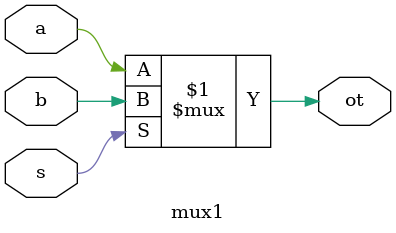
<source format=v>
module mux1(
    input a,b,s,
    output ot
    );
    assign ot=s?b:a;
endmodule

</source>
